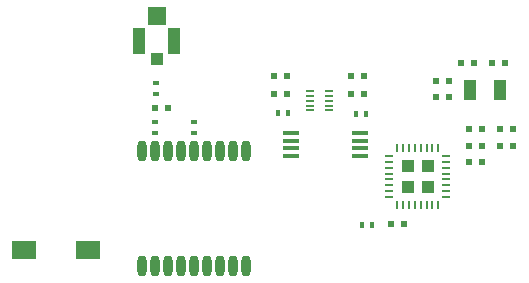
<source format=gbp>
G04 #@! TF.FileFunction,Paste,Bot*
%FSLAX46Y46*%
G04 Gerber Fmt 4.6, Leading zero omitted, Abs format (unit mm)*
G04 Created by KiCad (PCBNEW 4.0.5+dfsg1-4) date Tue Oct  2 15:16:33 2018*
%MOMM*%
%LPD*%
G01*
G04 APERTURE LIST*
%ADD10C,0.100000*%
%ADD11R,1.100000X2.250000*%
%ADD12R,1.050000X1.100000*%
%ADD13R,1.524000X1.524000*%
%ADD14R,1.450000X0.450000*%
%ADD15O,0.800000X1.800000*%
%ADD16R,0.600000X0.500000*%
%ADD17R,0.400000X0.600000*%
%ADD18R,2.000000X1.600000*%
%ADD19R,0.250000X0.700000*%
%ADD20R,0.700000X0.250000*%
%ADD21R,1.035000X1.035000*%
%ADD22R,1.000000X1.800000*%
%ADD23R,0.600000X0.400000*%
G04 APERTURE END LIST*
D10*
D11*
X143375000Y-107000000D03*
X140425000Y-107000000D03*
D12*
X141900000Y-108550000D03*
D13*
X141900000Y-104900000D03*
D14*
X153250000Y-116775000D03*
X153250000Y-116125000D03*
X153250000Y-115475000D03*
X153250000Y-114825000D03*
X159150000Y-114825000D03*
X159150000Y-115475000D03*
X159150000Y-116125000D03*
X159150000Y-116775000D03*
D15*
X140680000Y-116350000D03*
X141780000Y-116350000D03*
X142880000Y-116350000D03*
X143980000Y-116350000D03*
X145080000Y-116350000D03*
X146180000Y-116350000D03*
X147280000Y-116350000D03*
X148380000Y-116350000D03*
X149480000Y-116350000D03*
X149480000Y-126050000D03*
X148380000Y-126050000D03*
X147280000Y-126050000D03*
X146180000Y-126050000D03*
X145080000Y-126050000D03*
X143980000Y-126050000D03*
X142880000Y-126050000D03*
X141780000Y-126050000D03*
X140680000Y-126050000D03*
D16*
X165550000Y-111800000D03*
X166650000Y-111800000D03*
X162850000Y-122500000D03*
X161750000Y-122500000D03*
X170950000Y-115900000D03*
X172050000Y-115900000D03*
X170950000Y-114500000D03*
X172050000Y-114500000D03*
X168350000Y-114500000D03*
X169450000Y-114500000D03*
X168350000Y-115900000D03*
X169450000Y-115900000D03*
X168750000Y-108900000D03*
X167650000Y-108900000D03*
X171350000Y-108900000D03*
X170250000Y-108900000D03*
X152950000Y-111500000D03*
X151850000Y-111500000D03*
X159450000Y-111500000D03*
X158350000Y-111500000D03*
X159450000Y-110000000D03*
X158350000Y-110000000D03*
X152950000Y-110000000D03*
X151850000Y-110000000D03*
D17*
X160150000Y-122600000D03*
X159250000Y-122600000D03*
X159650000Y-113200000D03*
X158750000Y-113200000D03*
X152150000Y-113100000D03*
X153050000Y-113100000D03*
D18*
X136100000Y-124750000D03*
X130700000Y-124750000D03*
D19*
X165750000Y-120900000D03*
X165250000Y-120900000D03*
X164750000Y-120900000D03*
X164250000Y-120900000D03*
X163750000Y-120900000D03*
X163250000Y-120900000D03*
X162750000Y-120900000D03*
X162250000Y-120900000D03*
D20*
X161600000Y-120250000D03*
X161600000Y-119750000D03*
X161600000Y-119250000D03*
X161600000Y-118750000D03*
X161600000Y-118250000D03*
X161600000Y-117750000D03*
X161600000Y-117250000D03*
X161600000Y-116750000D03*
D19*
X162250000Y-116100000D03*
X162750000Y-116100000D03*
X163250000Y-116100000D03*
X163750000Y-116100000D03*
X164250000Y-116100000D03*
X164750000Y-116100000D03*
X165250000Y-116100000D03*
X165750000Y-116100000D03*
D20*
X166400000Y-116750000D03*
X166400000Y-117250000D03*
X166400000Y-117750000D03*
X166400000Y-118250000D03*
X166400000Y-118750000D03*
X166400000Y-119250000D03*
X166400000Y-119750000D03*
X166400000Y-120250000D03*
D21*
X163137500Y-117637500D03*
X164862500Y-117637500D03*
X163137500Y-119362500D03*
X164862500Y-119362500D03*
D20*
X154900000Y-112900000D03*
X154900000Y-112500000D03*
X154900000Y-112100000D03*
X154900000Y-111700000D03*
X154900000Y-111300000D03*
X156500000Y-111300000D03*
X156500000Y-111700000D03*
X156500000Y-112100000D03*
X156500000Y-112500000D03*
X156500000Y-112900000D03*
D22*
X170950000Y-111200000D03*
X168450000Y-111200000D03*
D16*
X165550000Y-110400000D03*
X166650000Y-110400000D03*
X168350000Y-117300000D03*
X169450000Y-117300000D03*
X142890000Y-112700000D03*
X141790000Y-112700000D03*
D23*
X145100000Y-113900000D03*
X145100000Y-114800000D03*
X141780000Y-113890000D03*
X141780000Y-114790000D03*
X141850000Y-110600000D03*
X141850000Y-111500000D03*
M02*

</source>
